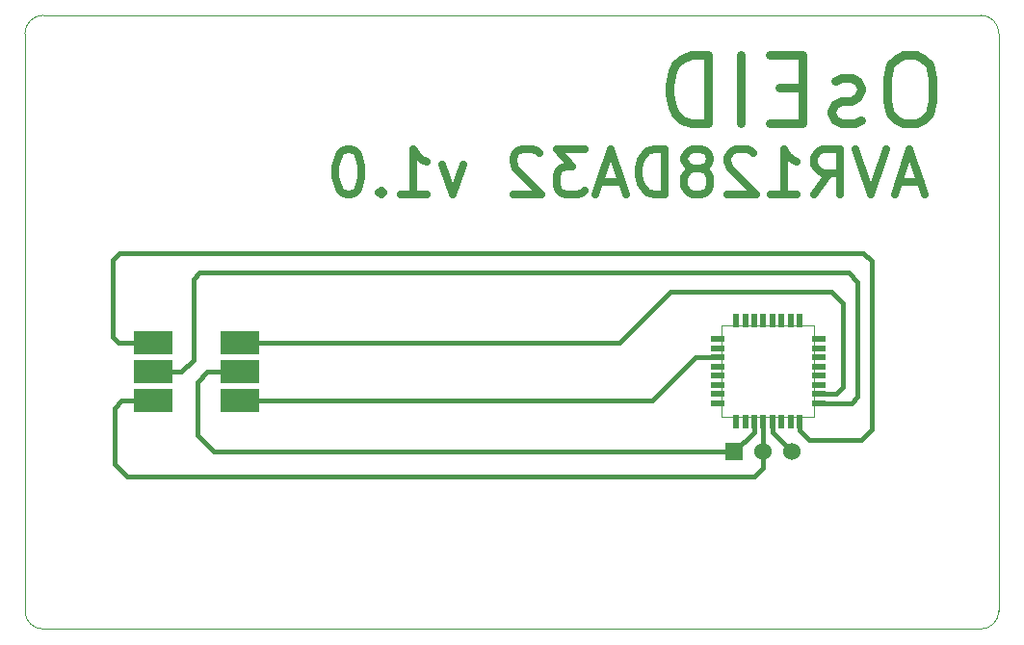
<source format=gbr>
G04 #@! TF.GenerationSoftware,KiCad,Pcbnew,5.0.2+dfsg1-1*
G04 #@! TF.CreationDate,2020-10-01T09:16:54+02:00*
G04 #@! TF.ProjectId,OsEID,4f734549-442e-46b6-9963-61645f706362,1.0*
G04 #@! TF.SameCoordinates,Original*
G04 #@! TF.FileFunction,Copper,L2,Bot*
G04 #@! TF.FilePolarity,Positive*
%FSLAX46Y46*%
G04 Gerber Fmt 4.6, Leading zero omitted, Abs format (unit mm)*
G04 Created by KiCad (PCBNEW 5.0.2+dfsg1-1) date Thu Oct  1 09:16:54 2020*
%MOMM*%
%LPD*%
G01*
G04 APERTURE LIST*
G04 #@! TA.AperFunction,NonConductor*
%ADD10C,0.100000*%
G04 #@! TD*
G04 #@! TA.AperFunction,NonConductor*
%ADD11C,0.700000*%
G04 #@! TD*
G04 #@! TA.AperFunction,NonConductor*
%ADD12C,0.800000*%
G04 #@! TD*
G04 #@! TA.AperFunction,SMDPad,CuDef*
%ADD13R,0.550000X1.200000*%
G04 #@! TD*
G04 #@! TA.AperFunction,SMDPad,CuDef*
%ADD14R,1.200000X0.550000*%
G04 #@! TD*
G04 #@! TA.AperFunction,ConnectorPad*
%ADD15R,1.524000X1.524000*%
G04 #@! TD*
G04 #@! TA.AperFunction,ConnectorPad*
%ADD16C,1.524000*%
G04 #@! TD*
G04 #@! TA.AperFunction,SMDPad,CuDef*
%ADD17R,3.500000X2.100000*%
G04 #@! TD*
G04 #@! TA.AperFunction,Conductor*
%ADD18C,0.450000*%
G04 #@! TD*
G04 APERTURE END LIST*
D10*
X161250000Y-85350000D02*
X161250000Y-77250000D01*
X169350000Y-85350000D02*
X161250000Y-85350000D01*
X169350000Y-77250000D02*
X169350000Y-85350000D01*
X161250000Y-77250000D02*
X169350000Y-77250000D01*
D11*
X178723885Y-64623866D02*
X176819123Y-64623866D01*
X179104838Y-65766723D02*
X177771504Y-61766723D01*
X176438171Y-65766723D01*
X175676266Y-61766723D02*
X174342933Y-65766723D01*
X173009600Y-61766723D01*
X169390552Y-65766723D02*
X170723885Y-63861961D01*
X171676266Y-65766723D02*
X171676266Y-61766723D01*
X170152457Y-61766723D01*
X169771504Y-61957200D01*
X169581028Y-62147676D01*
X169390552Y-62528628D01*
X169390552Y-63100057D01*
X169581028Y-63481009D01*
X169771504Y-63671485D01*
X170152457Y-63861961D01*
X171676266Y-63861961D01*
X165581028Y-65766723D02*
X167866742Y-65766723D01*
X166723885Y-65766723D02*
X166723885Y-61766723D01*
X167104838Y-62338152D01*
X167485790Y-62719104D01*
X167866742Y-62909580D01*
X164057219Y-62147676D02*
X163866742Y-61957200D01*
X163485790Y-61766723D01*
X162533409Y-61766723D01*
X162152457Y-61957200D01*
X161961980Y-62147676D01*
X161771504Y-62528628D01*
X161771504Y-62909580D01*
X161961980Y-63481009D01*
X164247695Y-65766723D01*
X161771504Y-65766723D01*
X159485790Y-63481009D02*
X159866742Y-63290533D01*
X160057219Y-63100057D01*
X160247695Y-62719104D01*
X160247695Y-62528628D01*
X160057219Y-62147676D01*
X159866742Y-61957200D01*
X159485790Y-61766723D01*
X158723885Y-61766723D01*
X158342933Y-61957200D01*
X158152457Y-62147676D01*
X157961980Y-62528628D01*
X157961980Y-62719104D01*
X158152457Y-63100057D01*
X158342933Y-63290533D01*
X158723885Y-63481009D01*
X159485790Y-63481009D01*
X159866742Y-63671485D01*
X160057219Y-63861961D01*
X160247695Y-64242914D01*
X160247695Y-65004819D01*
X160057219Y-65385771D01*
X159866742Y-65576247D01*
X159485790Y-65766723D01*
X158723885Y-65766723D01*
X158342933Y-65576247D01*
X158152457Y-65385771D01*
X157961980Y-65004819D01*
X157961980Y-64242914D01*
X158152457Y-63861961D01*
X158342933Y-63671485D01*
X158723885Y-63481009D01*
X156247695Y-65766723D02*
X156247695Y-61766723D01*
X155295314Y-61766723D01*
X154723885Y-61957200D01*
X154342933Y-62338152D01*
X154152457Y-62719104D01*
X153961980Y-63481009D01*
X153961980Y-64052438D01*
X154152457Y-64814342D01*
X154342933Y-65195295D01*
X154723885Y-65576247D01*
X155295314Y-65766723D01*
X156247695Y-65766723D01*
X152438171Y-64623866D02*
X150533409Y-64623866D01*
X152819123Y-65766723D02*
X151485790Y-61766723D01*
X150152457Y-65766723D01*
X149200076Y-61766723D02*
X146723885Y-61766723D01*
X148057219Y-63290533D01*
X147485790Y-63290533D01*
X147104838Y-63481009D01*
X146914361Y-63671485D01*
X146723885Y-64052438D01*
X146723885Y-65004819D01*
X146914361Y-65385771D01*
X147104838Y-65576247D01*
X147485790Y-65766723D01*
X148628647Y-65766723D01*
X149009600Y-65576247D01*
X149200076Y-65385771D01*
X145200076Y-62147676D02*
X145009600Y-61957200D01*
X144628647Y-61766723D01*
X143676266Y-61766723D01*
X143295314Y-61957200D01*
X143104838Y-62147676D01*
X142914361Y-62528628D01*
X142914361Y-62909580D01*
X143104838Y-63481009D01*
X145390552Y-65766723D01*
X142914361Y-65766723D01*
X138533409Y-63100057D02*
X137581028Y-65766723D01*
X136628647Y-63100057D01*
X133009600Y-65766723D02*
X135295314Y-65766723D01*
X134152457Y-65766723D02*
X134152457Y-61766723D01*
X134533409Y-62338152D01*
X134914361Y-62719104D01*
X135295314Y-62909580D01*
X131295314Y-65385771D02*
X131104838Y-65576247D01*
X131295314Y-65766723D01*
X131485790Y-65576247D01*
X131295314Y-65385771D01*
X131295314Y-65766723D01*
X128628647Y-61766723D02*
X128247695Y-61766723D01*
X127866742Y-61957200D01*
X127676266Y-62147676D01*
X127485790Y-62528628D01*
X127295314Y-63290533D01*
X127295314Y-64242914D01*
X127485790Y-65004819D01*
X127676266Y-65385771D01*
X127866742Y-65576247D01*
X128247695Y-65766723D01*
X128628647Y-65766723D01*
X129009600Y-65576247D01*
X129200076Y-65385771D01*
X129390552Y-65004819D01*
X129581028Y-64242914D01*
X129581028Y-63290533D01*
X129390552Y-62528628D01*
X129200076Y-62147676D01*
X129009600Y-61957200D01*
X128628647Y-61766723D01*
D12*
X178341657Y-53508685D02*
X177198800Y-53508685D01*
X176627371Y-53794400D01*
X176055942Y-54365828D01*
X175770228Y-55508685D01*
X175770228Y-57508685D01*
X176055942Y-58651542D01*
X176627371Y-59222971D01*
X177198800Y-59508685D01*
X178341657Y-59508685D01*
X178913085Y-59222971D01*
X179484514Y-58651542D01*
X179770228Y-57508685D01*
X179770228Y-55508685D01*
X179484514Y-54365828D01*
X178913085Y-53794400D01*
X178341657Y-53508685D01*
X173484514Y-59222971D02*
X172913085Y-59508685D01*
X171770228Y-59508685D01*
X171198800Y-59222971D01*
X170913085Y-58651542D01*
X170913085Y-58365828D01*
X171198800Y-57794400D01*
X171770228Y-57508685D01*
X172627371Y-57508685D01*
X173198800Y-57222971D01*
X173484514Y-56651542D01*
X173484514Y-56365828D01*
X173198800Y-55794400D01*
X172627371Y-55508685D01*
X171770228Y-55508685D01*
X171198800Y-55794400D01*
X168341657Y-56365828D02*
X166341657Y-56365828D01*
X165484514Y-59508685D02*
X168341657Y-59508685D01*
X168341657Y-53508685D01*
X165484514Y-53508685D01*
X162913085Y-59508685D02*
X162913085Y-53508685D01*
X160055942Y-59508685D02*
X160055942Y-53508685D01*
X158627371Y-53508685D01*
X157770228Y-53794400D01*
X157198800Y-54365828D01*
X156913085Y-54937257D01*
X156627371Y-56080114D01*
X156627371Y-56937257D01*
X156913085Y-58080114D01*
X157198800Y-58651542D01*
X157770228Y-59222971D01*
X158627371Y-59508685D01*
X160055942Y-59508685D01*
D10*
X184010000Y-103980000D02*
G75*
G03X185600000Y-102390000I0J1590000D01*
G01*
X185600000Y-51590000D02*
G75*
G03X184010000Y-50000000I-1590000J0D01*
G01*
X100000000Y-102390000D02*
G75*
G03X101590000Y-103980000I1590000J0D01*
G01*
X101590000Y-50000000D02*
G75*
G03X100000000Y-51590000I0J-1590000D01*
G01*
X101590000Y-103980000D02*
X184010000Y-103980000D01*
X100000000Y-51590000D02*
X100000000Y-102390000D01*
X185600000Y-51590000D02*
X185600000Y-102390000D01*
X101590000Y-50000000D02*
X184010000Y-50000000D01*
D13*
G04 #@! TO.P,U1,32*
G04 #@! TO.N,CLK*
X168100000Y-85750000D03*
G04 #@! TO.P,U1,31*
G04 #@! TO.N,Net-(U1-Pad31)*
X167300000Y-85750000D03*
G04 #@! TO.P,U1,30*
G04 #@! TO.N,Net-(U1-Pad30)*
X166500000Y-85750000D03*
G04 #@! TO.P,U1,29*
G04 #@! TO.N,Net-(J1-Pad3)*
X165700000Y-85750000D03*
G04 #@! TO.P,U1,28*
G04 #@! TO.N,Ucc*
X164900000Y-85750000D03*
G04 #@! TO.P,U1,27*
G04 #@! TO.N,Vpp*
X164100000Y-85750000D03*
G04 #@! TO.P,U1,26*
G04 #@! TO.N,Net-(U1-Pad26)*
X163300000Y-85750000D03*
G04 #@! TO.P,U1,25*
G04 #@! TO.N,Net-(U1-Pad25)*
X162500000Y-85750000D03*
D14*
G04 #@! TO.P,U1,24*
G04 #@! TO.N,Net-(U1-Pad24)*
X160850000Y-84100000D03*
G04 #@! TO.P,U1,23*
G04 #@! TO.N,N/C*
X160850000Y-83300000D03*
G04 #@! TO.P,U1,22*
G04 #@! TO.N,Net-(U1-Pad22)*
X160850000Y-82500000D03*
G04 #@! TO.P,U1,21*
G04 #@! TO.N,Net-(U1-Pad21)*
X160850000Y-81700000D03*
G04 #@! TO.P,U1,20*
G04 #@! TO.N,Net-(U1-Pad20)*
X160850000Y-80900000D03*
G04 #@! TO.P,U1,19*
G04 #@! TO.N,Gnd*
X160850000Y-80100000D03*
G04 #@! TO.P,U1,18*
G04 #@! TO.N,Net-(U1-Pad18)*
X160850000Y-79300000D03*
G04 #@! TO.P,U1,17*
G04 #@! TO.N,Net-(U1-Pad17)*
X160850000Y-78500000D03*
D13*
G04 #@! TO.P,U1,16*
G04 #@! TO.N,Net-(U1-Pad16)*
X162500000Y-76850000D03*
G04 #@! TO.P,U1,15*
G04 #@! TO.N,Net-(U1-Pad15)*
X163300000Y-76850000D03*
G04 #@! TO.P,U1,14*
G04 #@! TO.N,Net-(U1-Pad14)*
X164100000Y-76850000D03*
G04 #@! TO.P,U1,13*
G04 #@! TO.N,Net-(U1-Pad13)*
X164900000Y-76850000D03*
G04 #@! TO.P,U1,12*
G04 #@! TO.N,Net-(U1-Pad12)*
X165700000Y-76850000D03*
G04 #@! TO.P,U1,11*
G04 #@! TO.N,Net-(U1-Pad11)*
X166500000Y-76850000D03*
G04 #@! TO.P,U1,10*
G04 #@! TO.N,Net-(U1-Pad10)*
X167300000Y-76850000D03*
G04 #@! TO.P,U1,9*
G04 #@! TO.N,Net-(U1-Pad9)*
X168100000Y-76850000D03*
D14*
G04 #@! TO.P,U1,8*
G04 #@! TO.N,Net-(U1-Pad8)*
X169750000Y-78500000D03*
G04 #@! TO.P,U1,7*
G04 #@! TO.N,Net-(U1-Pad7)*
X169750000Y-79300000D03*
G04 #@! TO.P,U1,6*
G04 #@! TO.N,Net-(U1-Pad6)*
X169750000Y-80100000D03*
G04 #@! TO.P,U1,5*
G04 #@! TO.N,Net-(U1-Pad5)*
X169750000Y-80900000D03*
G04 #@! TO.P,U1,4*
G04 #@! TO.N,Net-(U1-Pad4)*
X169750000Y-81700000D03*
G04 #@! TO.P,U1,3*
G04 #@! TO.N,Net-(U1-Pad3)*
X169750000Y-82500000D03*
G04 #@! TO.P,U1,2*
G04 #@! TO.N,IO*
X169750000Y-83300000D03*
G04 #@! TO.P,U1,1*
G04 #@! TO.N,Reset*
X169750000Y-84100000D03*
G04 #@! TD*
D15*
G04 #@! TO.P,J1,1*
G04 #@! TO.N,Vpp*
X162356800Y-88392000D03*
D16*
G04 #@! TO.P,J1,2*
G04 #@! TO.N,Ucc*
X164896800Y-88392000D03*
G04 #@! TO.P,J1,3*
G04 #@! TO.N,Net-(J1-Pad3)*
X167436800Y-88392000D03*
G04 #@! TD*
D17*
G04 #@! TO.P,P1,6*
G04 #@! TO.N,CLK*
X111260000Y-78820000D03*
G04 #@! TO.P,P1,5*
G04 #@! TO.N,IO*
X118860000Y-78820000D03*
G04 #@! TO.P,P1,4*
G04 #@! TO.N,Reset*
X111260000Y-81360000D03*
G04 #@! TO.P,P1,3*
G04 #@! TO.N,Vpp*
X118860000Y-81360000D03*
G04 #@! TO.P,P1,2*
G04 #@! TO.N,Ucc*
X111260000Y-83900000D03*
G04 #@! TO.P,P1,1*
G04 #@! TO.N,Gnd*
X118860000Y-83900000D03*
G04 #@! TD*
D18*
G04 #@! TO.N,CLK*
X108233200Y-78820000D02*
X111260000Y-78820000D01*
X107696000Y-71526400D02*
X107696000Y-78282800D01*
X173685200Y-70916800D02*
X108305600Y-70916800D01*
X108305600Y-70916800D02*
X107696000Y-71526400D01*
X168100000Y-86464400D02*
X168960800Y-87325200D01*
X168960800Y-87325200D02*
X173482000Y-87325200D01*
X174396400Y-71628000D02*
X173685200Y-70916800D01*
X107696000Y-78282800D02*
X108233200Y-78820000D01*
X168100000Y-85825010D02*
X168100000Y-86464400D01*
X173482000Y-87325200D02*
X174396400Y-86410800D01*
X174396400Y-86410800D02*
X174396400Y-71628000D01*
G04 #@! TO.N,Gnd*
X158941600Y-80100000D02*
X160850000Y-80100000D01*
X118860000Y-83900000D02*
X155141600Y-83900000D01*
X155141600Y-83900000D02*
X158941600Y-80100000D01*
G04 #@! TO.N,IO*
X118860000Y-78820000D02*
X152218400Y-78820000D01*
X169750000Y-83300000D02*
X171258800Y-83300000D01*
X156768800Y-74269600D02*
X152218400Y-78820000D01*
X170891200Y-74269600D02*
X156768800Y-74269600D01*
X171258800Y-83300000D02*
X171907200Y-82651600D01*
X171907200Y-82651600D02*
X171907200Y-75285600D01*
X171907200Y-75285600D02*
X170891200Y-74269600D01*
G04 #@! TO.N,Reset*
X113762800Y-81360000D02*
X111260000Y-81360000D01*
X114808000Y-80314800D02*
X113762800Y-81360000D01*
X114808000Y-73202800D02*
X114808000Y-80314800D01*
X172643200Y-84100000D02*
X173177200Y-83566000D01*
X173177200Y-83566000D02*
X173177200Y-73456800D01*
X115366800Y-72644000D02*
X114808000Y-73202800D01*
X169750000Y-84100000D02*
X172643200Y-84100000D01*
X173177200Y-73456800D02*
X172364400Y-72644000D01*
X172364400Y-72644000D02*
X115366800Y-72644000D01*
G04 #@! TO.N,Ucc*
X108479600Y-83900000D02*
X107848400Y-84531200D01*
X111260000Y-83900000D02*
X108479600Y-83900000D01*
X164896800Y-85753200D02*
X164900000Y-85750000D01*
X164896800Y-88392000D02*
X164896800Y-85753200D01*
X164896800Y-88392000D02*
X164896800Y-89763600D01*
X164896800Y-89763600D02*
X164084000Y-90576400D01*
X164084000Y-90576400D02*
X108966000Y-90576400D01*
X107848400Y-89458800D02*
X107848400Y-84531200D01*
X108966000Y-90576400D02*
X107848400Y-89458800D01*
G04 #@! TO.N,Vpp*
X116048800Y-81360000D02*
X118860000Y-81360000D01*
X115163600Y-82245200D02*
X116048800Y-81360000D01*
X164100000Y-86648800D02*
X164100000Y-85750000D01*
X162356800Y-88392000D02*
X164100000Y-86648800D01*
X162356800Y-88392000D02*
X116636800Y-88392000D01*
X115163600Y-86918800D02*
X116636800Y-88392000D01*
X115163600Y-82245200D02*
X115163600Y-86918800D01*
G04 #@! TO.N,Net-(J1-Pad3)*
X165700000Y-86655200D02*
X165700000Y-85750000D01*
X167436800Y-88392000D02*
X165700000Y-86655200D01*
G04 #@! TD*
M02*

</source>
